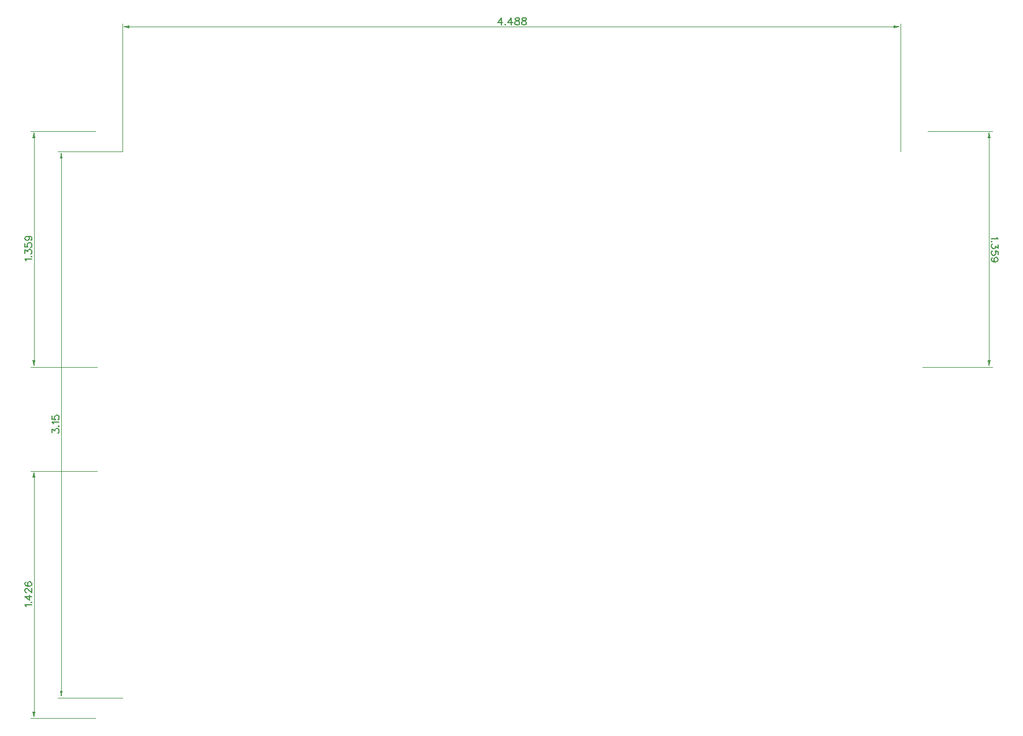
<source format=gbr>
G04 DipTrace 3.3.1.3*
G04 TopDimension.gbr*
%MOIN*%
G04 #@! TF.FileFunction,Drawing,Top*
G04 #@! TF.Part,Single*
%ADD13C,0.001378*%
%ADD71C,0.006176*%
%FSLAX26Y26*%
G04*
G70*
G90*
G75*
G01*
G04 TopDimension*
%LPD*%
X551480Y3661717D2*
D13*
Y4400299D1*
X5039669Y3661717D2*
Y4400299D1*
X2795575Y4380614D2*
X590850D1*
G36*
X551480D2*
X590850Y4388488D1*
Y4372740D1*
X551480Y4380614D1*
G37*
X2795575D2*
D13*
X5000299D1*
G36*
X5039669D2*
X5000299Y4372740D1*
Y4388488D1*
X5039669Y4380614D1*
G37*
X551480Y3661717D2*
D13*
X177465D1*
X551480Y512110D2*
X177465D1*
X197150Y2086913D2*
Y3622346D1*
G36*
Y3661717D2*
X205024Y3622346D1*
X189276D1*
X197150Y3661717D1*
G37*
Y2086913D2*
D13*
Y551480D1*
G36*
Y512110D2*
X189276Y551480D1*
X205024D1*
X197150Y512110D1*
G37*
X394000Y3779827D2*
D13*
X19984D1*
X403055Y2420350D2*
X19984D1*
X39669Y3100089D2*
Y3740457D1*
G36*
Y3779827D2*
X47543Y3740457D1*
X31795D1*
X39669Y3779827D1*
G37*
Y3100089D2*
D13*
Y2459720D1*
G36*
Y2420350D2*
X31795Y2459720D1*
X47543D1*
X39669Y2420350D1*
G37*
X394000Y394000D2*
D13*
X19984D1*
X403055Y1820406D2*
X19984D1*
X39669Y1107203D2*
Y433370D1*
G36*
Y394000D2*
X31795Y433370D1*
X47543D1*
X39669Y394000D1*
G37*
Y1107203D2*
D13*
Y1781035D1*
G36*
Y1820406D2*
X47543Y1781035D1*
X31795D1*
X39669Y1820406D1*
G37*
X5197150Y3779827D2*
D13*
X5571165D1*
X5168411Y2420350D2*
X5571165D1*
X5551480Y3100089D2*
Y3740457D1*
G36*
Y3779827D2*
X5559354Y3740457D1*
X5543606D1*
X5551480Y3779827D1*
G37*
Y3100089D2*
D13*
Y2459720D1*
G36*
Y2420350D2*
X5543606Y2459720D1*
X5559354D1*
X5551480Y2420350D1*
G37*
X2735735Y4392825D2*
D71*
Y4432973D1*
X2716590Y4406222D1*
X2745286D1*
X2759539Y4396672D2*
X2757637Y4394726D1*
X2759539Y4392825D1*
X2761484Y4394726D1*
X2759539Y4396672D1*
X2792981Y4392825D2*
Y4432973D1*
X2773836Y4406222D1*
X2802532D1*
X2824433Y4432973D2*
X2818730Y4431071D1*
X2816784Y4427269D1*
Y4423422D1*
X2818730Y4419620D1*
X2822532Y4417674D1*
X2830182Y4415773D1*
X2835930Y4413872D1*
X2839732Y4410025D1*
X2841633Y4406222D1*
Y4400474D1*
X2839732Y4396672D1*
X2837831Y4394726D1*
X2832083Y4392825D1*
X2824433D1*
X2818730Y4394726D1*
X2816784Y4396672D1*
X2814883Y4400474D1*
Y4406222D1*
X2816784Y4410025D1*
X2820631Y4413872D1*
X2826335Y4415773D1*
X2833984Y4417674D1*
X2837831Y4419620D1*
X2839732Y4423422D1*
Y4427269D1*
X2837831Y4431071D1*
X2832083Y4432973D1*
X2824433D1*
X2863535D2*
X2857832Y4431071D1*
X2855886Y4427269D1*
Y4423422D1*
X2857832Y4419620D1*
X2861634Y4417674D1*
X2869283Y4415773D1*
X2875031Y4413872D1*
X2878834Y4410025D1*
X2880735Y4406222D1*
Y4400474D1*
X2878834Y4396672D1*
X2876933Y4394726D1*
X2871185Y4392825D1*
X2863535D1*
X2857832Y4394726D1*
X2855886Y4396672D1*
X2853985Y4400474D1*
Y4406222D1*
X2855886Y4410025D1*
X2859733Y4413872D1*
X2865437Y4415773D1*
X2873086Y4417674D1*
X2876933Y4419620D1*
X2878834Y4423422D1*
Y4427269D1*
X2876933Y4431071D1*
X2871185Y4432973D1*
X2863535D1*
X144791Y2041805D2*
Y2062808D1*
X160090Y2051356D1*
Y2057104D1*
X161991Y2060907D1*
X163892Y2062808D1*
X169640Y2064753D1*
X173443D1*
X179191Y2062808D1*
X183038Y2059005D1*
X184939Y2053257D1*
Y2047509D1*
X183038Y2041805D1*
X181092Y2039904D1*
X177290Y2037959D1*
X181092Y2079006D2*
X183038Y2077105D1*
X184939Y2079006D1*
X183038Y2080952D1*
X181092Y2079006D1*
X152440Y2093303D2*
X150495Y2097150D1*
X144791Y2102898D1*
X184939D1*
X144791Y2138197D2*
Y2119096D1*
X161991Y2117195D1*
X160090Y2119096D1*
X158144Y2124844D1*
Y2130548D1*
X160090Y2136296D1*
X163892Y2140143D1*
X169640Y2142044D1*
X173443D1*
X179191Y2140143D1*
X183038Y2136296D1*
X184939Y2130548D1*
Y2124844D1*
X183038Y2119096D1*
X181092Y2117195D1*
X177290Y2115249D1*
X-5040Y3032511D2*
X-6985Y3036358D1*
X-12689Y3042106D1*
X27459D1*
X23612Y3056359D2*
X25557Y3054458D1*
X27459Y3056359D1*
X25557Y3058304D1*
X23612Y3056359D1*
X-12689Y3074503D2*
Y3095505D1*
X2609Y3084053D1*
Y3089801D1*
X4511Y3093604D1*
X6412Y3095505D1*
X12160Y3097451D1*
X15962D1*
X21711Y3095505D1*
X25557Y3091702D1*
X27459Y3085954D1*
Y3080206D1*
X25557Y3074503D1*
X23612Y3072601D1*
X19809Y3070656D1*
X-12689Y3132750D2*
Y3113649D1*
X4511Y3111747D1*
X2609Y3113649D1*
X664Y3119397D1*
Y3125101D1*
X2609Y3130849D1*
X6412Y3134695D1*
X12160Y3136597D1*
X15962D1*
X21711Y3134695D1*
X25557Y3130849D1*
X27459Y3125101D1*
Y3119397D1*
X25557Y3113649D1*
X23612Y3111747D1*
X19809Y3109802D1*
X664Y3173841D2*
X6412Y3171896D1*
X10259Y3168093D1*
X12160Y3162345D1*
Y3160444D1*
X10259Y3154696D1*
X6412Y3150893D1*
X664Y3148948D1*
X-1237D1*
X-6985Y3150893D1*
X-10788Y3154696D1*
X-12689Y3160444D1*
Y3162345D1*
X-10788Y3168093D1*
X-6985Y3171896D1*
X664Y3173841D1*
X10259D1*
X19809Y3171896D1*
X25557Y3168093D1*
X27459Y3162345D1*
Y3158543D1*
X25557Y3152795D1*
X21711Y3150893D1*
X-5040Y1038697D2*
X-6985Y1042544D1*
X-12689Y1048292D1*
X27459D1*
X23612Y1062545D2*
X25557Y1060643D1*
X27459Y1062545D1*
X25557Y1064490D1*
X23612Y1062545D1*
X27459Y1095987D2*
X-12689D1*
X14061Y1076841D1*
Y1105537D1*
X-3139Y1119834D2*
X-5040D1*
X-8887Y1121736D1*
X-10788Y1123637D1*
X-12689Y1127484D1*
Y1135133D1*
X-10788Y1138935D1*
X-8887Y1140837D1*
X-5040Y1142782D1*
X-1237D1*
X2609Y1140837D1*
X8313Y1137034D1*
X27459Y1117889D1*
Y1144683D1*
X-6985Y1179983D2*
X-10788Y1178082D1*
X-12689Y1172333D1*
Y1168531D1*
X-10788Y1162783D1*
X-5040Y1158936D1*
X4511Y1157035D1*
X14061D1*
X21711Y1158936D1*
X25557Y1162783D1*
X27459Y1168531D1*
Y1170432D1*
X25557Y1176136D1*
X21711Y1179983D1*
X15962Y1181884D1*
X14061D1*
X8313Y1179983D1*
X4511Y1176136D1*
X2609Y1170432D1*
Y1168531D1*
X4511Y1162783D1*
X8313Y1158936D1*
X14061Y1157035D1*
X5596190Y3167666D2*
X5598135Y3163819D1*
X5603839Y3158071D1*
X5563691D1*
X5567538Y3143818D2*
X5565592Y3145719D1*
X5563691Y3143818D1*
X5565592Y3141873D1*
X5567538Y3143818D1*
X5603839Y3125675D2*
Y3104672D1*
X5588540Y3116124D1*
Y3110376D1*
X5586639Y3106573D1*
X5584738Y3104672D1*
X5578990Y3102727D1*
X5575187D1*
X5569439Y3104672D1*
X5565592Y3108475D1*
X5563691Y3114223D1*
Y3119971D1*
X5565592Y3125675D1*
X5567538Y3127576D1*
X5571340Y3129521D1*
X5603839Y3067427D2*
Y3086529D1*
X5586639Y3088430D1*
X5588540Y3086529D1*
X5590486Y3080780D1*
Y3075077D1*
X5588540Y3069329D1*
X5584738Y3065482D1*
X5578990Y3063581D1*
X5575187D1*
X5569439Y3065482D1*
X5565592Y3069329D1*
X5563691Y3075077D1*
Y3080780D1*
X5565592Y3086529D1*
X5567538Y3088430D1*
X5571340Y3090375D1*
X5590486Y3026336D2*
X5584738Y3028281D1*
X5580891Y3032084D1*
X5578990Y3037832D1*
Y3039733D1*
X5580891Y3045481D1*
X5584738Y3049284D1*
X5590486Y3051229D1*
X5592387D1*
X5598135Y3049284D1*
X5601938Y3045481D1*
X5603839Y3039733D1*
Y3037832D1*
X5601938Y3032084D1*
X5598135Y3028281D1*
X5590486Y3026336D1*
X5580891D1*
X5571340Y3028281D1*
X5565592Y3032084D1*
X5563691Y3037832D1*
Y3041634D1*
X5565592Y3047382D1*
X5569439Y3049284D1*
M02*

</source>
